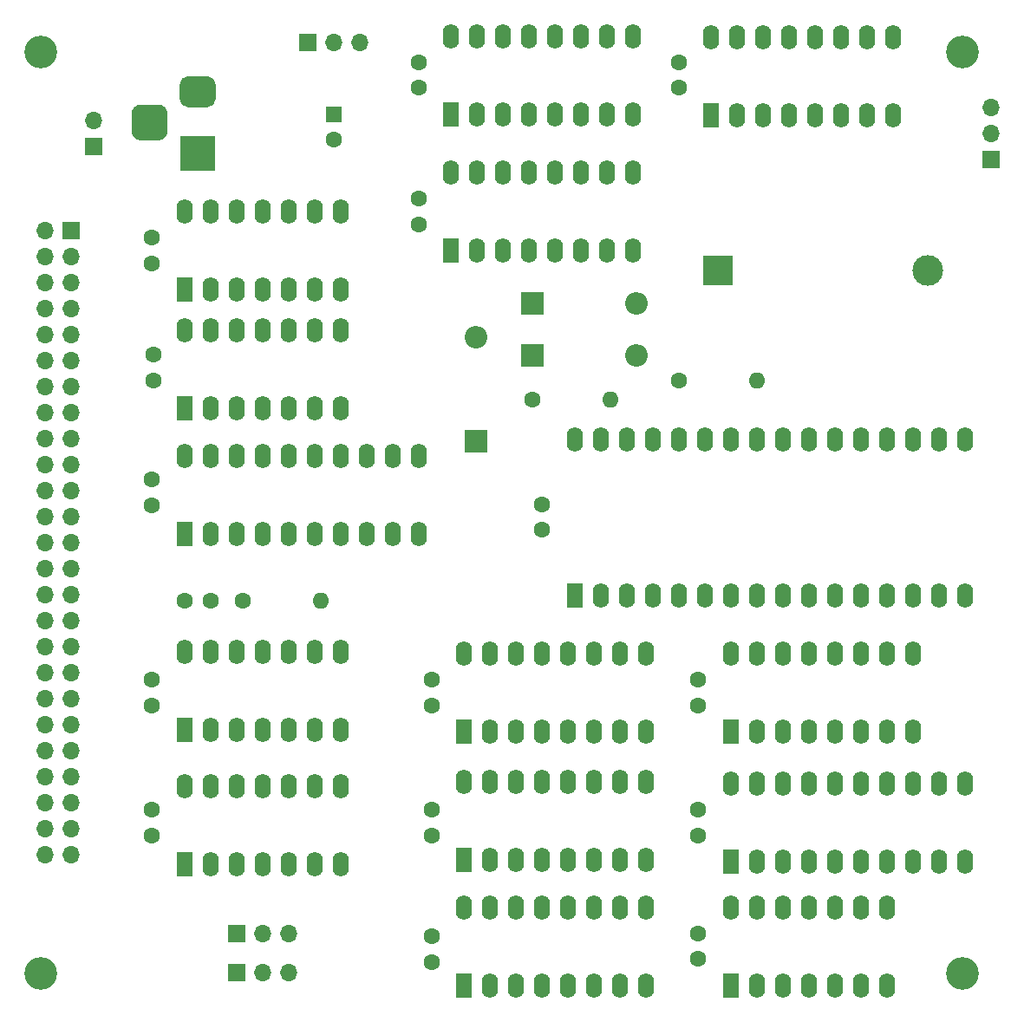
<source format=gbs>
G04 #@! TF.GenerationSoftware,KiCad,Pcbnew,(5.1.9)-1*
G04 #@! TF.CreationDate,2026-01-23T08:24:33+09:00*
G04 #@! TF.ProjectId,MZ700_EMM,4d5a3730-305f-4454-9d4d-2e6b69636164,rev?*
G04 #@! TF.SameCoordinates,PX53920b0PY93c3260*
G04 #@! TF.FileFunction,Soldermask,Bot*
G04 #@! TF.FilePolarity,Negative*
%FSLAX46Y46*%
G04 Gerber Fmt 4.6, Leading zero omitted, Abs format (unit mm)*
G04 Created by KiCad (PCBNEW (5.1.9)-1) date 2026-01-23 08:24:33*
%MOMM*%
%LPD*%
G01*
G04 APERTURE LIST*
%ADD10R,1.700000X1.700000*%
%ADD11O,1.700000X1.700000*%
%ADD12R,3.500000X3.500000*%
%ADD13C,3.200000*%
%ADD14R,1.600000X1.600000*%
%ADD15C,1.600000*%
%ADD16C,3.000000*%
%ADD17R,3.000000X3.000000*%
%ADD18O,2.200000X2.200000*%
%ADD19R,2.200000X2.200000*%
%ADD20O,1.600000X1.600000*%
%ADD21R,1.600000X2.400000*%
%ADD22O,1.600000X2.400000*%
G04 APERTURE END LIST*
D10*
X10160000Y85725000D03*
D11*
X10160000Y88265000D03*
D12*
X20320000Y85090000D03*
G36*
G01*
X19320000Y92590000D02*
X21320000Y92590000D01*
G75*
G02*
X22070000Y91840000I0J-750000D01*
G01*
X22070000Y90340000D01*
G75*
G02*
X21320000Y89590000I-750000J0D01*
G01*
X19320000Y89590000D01*
G75*
G02*
X18570000Y90340000I0J750000D01*
G01*
X18570000Y91840000D01*
G75*
G02*
X19320000Y92590000I750000J0D01*
G01*
G37*
G36*
G01*
X14745000Y89840000D02*
X16495000Y89840000D01*
G75*
G02*
X17370000Y88965000I0J-875000D01*
G01*
X17370000Y87215000D01*
G75*
G02*
X16495000Y86340000I-875000J0D01*
G01*
X14745000Y86340000D01*
G75*
G02*
X13870000Y87215000I0J875000D01*
G01*
X13870000Y88965000D01*
G75*
G02*
X14745000Y89840000I875000J0D01*
G01*
G37*
D10*
X8000000Y77500000D03*
D11*
X5460000Y77500000D03*
X8000000Y74960000D03*
X5460000Y74960000D03*
X8000000Y72420000D03*
X5460000Y72420000D03*
X8000000Y69880000D03*
X5460000Y69880000D03*
X8000000Y67340000D03*
X5460000Y67340000D03*
X8000000Y64800000D03*
X5460000Y64800000D03*
X8000000Y62260000D03*
X5460000Y62260000D03*
X8000000Y59720000D03*
X5460000Y59720000D03*
X8000000Y57180000D03*
X5460000Y57180000D03*
X8000000Y54640000D03*
X5460000Y54640000D03*
X8000000Y52100000D03*
X5460000Y52100000D03*
X8000000Y49560000D03*
X5460000Y49560000D03*
X8000000Y47020000D03*
X5460000Y47020000D03*
X8000000Y44480000D03*
X5460000Y44480000D03*
X8000000Y41940000D03*
X5460000Y41940000D03*
X8000000Y39400000D03*
X5460000Y39400000D03*
X8000000Y36860000D03*
X5460000Y36860000D03*
X8000000Y34320000D03*
X5460000Y34320000D03*
X8000000Y31780000D03*
X5460000Y31780000D03*
X8000000Y29240000D03*
X5460000Y29240000D03*
X8000000Y26700000D03*
X5460000Y26700000D03*
X8000000Y24160000D03*
X5460000Y24160000D03*
X8000000Y21620000D03*
X5460000Y21620000D03*
X8000000Y19080000D03*
X5460000Y19080000D03*
X8000000Y16540000D03*
X5460000Y16540000D03*
D10*
X31115000Y95885000D03*
D11*
X33655000Y95885000D03*
X36195000Y95885000D03*
D13*
X5000000Y95000000D03*
X95000000Y95000000D03*
X95000000Y5000000D03*
X5000000Y5000000D03*
D14*
X33655000Y88900000D03*
D15*
X33655000Y86400000D03*
D16*
X91610000Y73660000D03*
D17*
X71120000Y73660000D03*
D15*
X15875000Y20955000D03*
X15875000Y18455000D03*
X15875000Y33655000D03*
X15875000Y31155000D03*
X15875000Y74335000D03*
X15875000Y76835000D03*
X15875000Y50713000D03*
X15875000Y53213000D03*
X69215000Y8890000D03*
X69215000Y6390000D03*
X43180000Y33655000D03*
X43180000Y31155000D03*
X43180000Y6110000D03*
X43180000Y8610000D03*
X43180000Y20955000D03*
X43180000Y18455000D03*
X41910000Y78145000D03*
X41910000Y80645000D03*
X69215000Y33655000D03*
X69215000Y31155000D03*
X41910000Y93980000D03*
X41910000Y91480000D03*
X67310000Y91480000D03*
X67310000Y93980000D03*
X53975000Y48300000D03*
X53975000Y50800000D03*
X69215000Y20955000D03*
X69215000Y18455000D03*
X19090000Y41402000D03*
X21590000Y41402000D03*
D18*
X63175000Y65365000D03*
D19*
X53015000Y65365000D03*
X53015000Y70445000D03*
D18*
X63175000Y70445000D03*
D15*
X24765000Y41402000D03*
D20*
X32385000Y41402000D03*
D10*
X24130000Y5080000D03*
D11*
X26670000Y5080000D03*
X29210000Y5080000D03*
X29210000Y8890000D03*
X26670000Y8890000D03*
D10*
X24130000Y8890000D03*
D21*
X19050000Y15645000D03*
D22*
X34290000Y23265000D03*
X21590000Y15645000D03*
X31750000Y23265000D03*
X24130000Y15645000D03*
X29210000Y23265000D03*
X26670000Y15645000D03*
X26670000Y23265000D03*
X29210000Y15645000D03*
X24130000Y23265000D03*
X31750000Y15645000D03*
X21590000Y23265000D03*
X34290000Y15645000D03*
X19050000Y23265000D03*
X19050000Y36360000D03*
X34290000Y28740000D03*
X21590000Y36360000D03*
X31750000Y28740000D03*
X24130000Y36360000D03*
X29210000Y28740000D03*
X26670000Y36360000D03*
X26670000Y28740000D03*
X29210000Y36360000D03*
X24130000Y28740000D03*
X31750000Y36360000D03*
X21590000Y28740000D03*
X34290000Y36360000D03*
D21*
X19050000Y28740000D03*
X19050000Y47923000D03*
D22*
X41910000Y55543000D03*
X21590000Y47923000D03*
X39370000Y55543000D03*
X24130000Y47923000D03*
X36830000Y55543000D03*
X26670000Y47923000D03*
X34290000Y55543000D03*
X29210000Y47923000D03*
X31750000Y55543000D03*
X31750000Y47923000D03*
X29210000Y55543000D03*
X34290000Y47923000D03*
X26670000Y55543000D03*
X36830000Y47923000D03*
X24130000Y55543000D03*
X39370000Y47923000D03*
X21590000Y55543000D03*
X41910000Y47923000D03*
X19050000Y55543000D03*
X19050000Y79375000D03*
X34290000Y71755000D03*
X21590000Y79375000D03*
X31750000Y71755000D03*
X24130000Y79375000D03*
X29210000Y71755000D03*
X26670000Y79375000D03*
X26670000Y71755000D03*
X29210000Y79375000D03*
X24130000Y71755000D03*
X31750000Y79375000D03*
X21590000Y71755000D03*
X34290000Y79375000D03*
D21*
X19050000Y71755000D03*
D22*
X46355000Y36195000D03*
X64135000Y28575000D03*
X48895000Y36195000D03*
X61595000Y28575000D03*
X51435000Y36195000D03*
X59055000Y28575000D03*
X53975000Y36195000D03*
X56515000Y28575000D03*
X56515000Y36195000D03*
X53975000Y28575000D03*
X59055000Y36195000D03*
X51435000Y28575000D03*
X61595000Y36195000D03*
X48895000Y28575000D03*
X64135000Y36195000D03*
D21*
X46355000Y28575000D03*
X46355000Y3810000D03*
D22*
X64135000Y11430000D03*
X48895000Y3810000D03*
X61595000Y11430000D03*
X51435000Y3810000D03*
X59055000Y11430000D03*
X53975000Y3810000D03*
X56515000Y11430000D03*
X56515000Y3810000D03*
X53975000Y11430000D03*
X59055000Y3810000D03*
X51435000Y11430000D03*
X61595000Y3810000D03*
X48895000Y11430000D03*
X64135000Y3810000D03*
X46355000Y11430000D03*
X46355000Y23690000D03*
X64135000Y16070000D03*
X48895000Y23690000D03*
X61595000Y16070000D03*
X51435000Y23690000D03*
X59055000Y16070000D03*
X53975000Y23690000D03*
X56515000Y16070000D03*
X56515000Y23690000D03*
X53975000Y16070000D03*
X59055000Y23690000D03*
X51435000Y16070000D03*
X61595000Y23690000D03*
X48895000Y16070000D03*
X64135000Y23690000D03*
D21*
X46355000Y16070000D03*
X45085000Y75565000D03*
D22*
X62865000Y83185000D03*
X47625000Y75565000D03*
X60325000Y83185000D03*
X50165000Y75565000D03*
X57785000Y83185000D03*
X52705000Y75565000D03*
X55245000Y83185000D03*
X55245000Y75565000D03*
X52705000Y83185000D03*
X57785000Y75565000D03*
X50165000Y83185000D03*
X60325000Y75565000D03*
X47625000Y83185000D03*
X62865000Y75565000D03*
X45085000Y83185000D03*
D21*
X72390000Y28575000D03*
D22*
X90170000Y36195000D03*
X74930000Y28575000D03*
X87630000Y36195000D03*
X77470000Y28575000D03*
X85090000Y36195000D03*
X80010000Y28575000D03*
X82550000Y36195000D03*
X82550000Y28575000D03*
X80010000Y36195000D03*
X85090000Y28575000D03*
X77470000Y36195000D03*
X87630000Y28575000D03*
X74930000Y36195000D03*
X90170000Y28575000D03*
X72390000Y36195000D03*
D21*
X45085000Y88900000D03*
D22*
X62865000Y96520000D03*
X47625000Y88900000D03*
X60325000Y96520000D03*
X50165000Y88900000D03*
X57785000Y96520000D03*
X52705000Y88900000D03*
X55245000Y96520000D03*
X55245000Y88900000D03*
X52705000Y96520000D03*
X57785000Y88900000D03*
X50165000Y96520000D03*
X60325000Y88900000D03*
X47625000Y96520000D03*
X62865000Y88900000D03*
X45085000Y96520000D03*
X70485000Y96375000D03*
X88265000Y88755000D03*
X73025000Y96375000D03*
X85725000Y88755000D03*
X75565000Y96375000D03*
X83185000Y88755000D03*
X78105000Y96375000D03*
X80645000Y88755000D03*
X80645000Y96375000D03*
X78105000Y88755000D03*
X83185000Y96375000D03*
X75565000Y88755000D03*
X85725000Y96375000D03*
X73025000Y88755000D03*
X88265000Y96375000D03*
D21*
X70485000Y88755000D03*
X57150000Y41910000D03*
D22*
X95250000Y57150000D03*
X59690000Y41910000D03*
X92710000Y57150000D03*
X62230000Y41910000D03*
X90170000Y57150000D03*
X64770000Y41910000D03*
X87630000Y57150000D03*
X67310000Y41910000D03*
X85090000Y57150000D03*
X69850000Y41910000D03*
X82550000Y57150000D03*
X72390000Y41910000D03*
X80010000Y57150000D03*
X74930000Y41910000D03*
X77470000Y57150000D03*
X77470000Y41910000D03*
X74930000Y57150000D03*
X80010000Y41910000D03*
X72390000Y57150000D03*
X82550000Y41910000D03*
X69850000Y57150000D03*
X85090000Y41910000D03*
X67310000Y57150000D03*
X87630000Y41910000D03*
X64770000Y57150000D03*
X90170000Y41910000D03*
X62230000Y57150000D03*
X92710000Y41910000D03*
X59690000Y57150000D03*
X95250000Y41910000D03*
X57150000Y57150000D03*
D21*
X72390000Y3810000D03*
D22*
X87630000Y11430000D03*
X74930000Y3810000D03*
X85090000Y11430000D03*
X77470000Y3810000D03*
X82550000Y11430000D03*
X80010000Y3810000D03*
X80010000Y11430000D03*
X82550000Y3810000D03*
X77470000Y11430000D03*
X85090000Y3810000D03*
X74930000Y11430000D03*
X87630000Y3810000D03*
X72390000Y11430000D03*
X72390000Y23495000D03*
X95250000Y15875000D03*
X74930000Y23495000D03*
X92710000Y15875000D03*
X77470000Y23495000D03*
X90170000Y15875000D03*
X80010000Y23495000D03*
X87630000Y15875000D03*
X82550000Y23495000D03*
X85090000Y15875000D03*
X85090000Y23495000D03*
X82550000Y15875000D03*
X87630000Y23495000D03*
X80010000Y15875000D03*
X90170000Y23495000D03*
X77470000Y15875000D03*
X92710000Y23495000D03*
X74930000Y15875000D03*
X95250000Y23495000D03*
D21*
X72390000Y15875000D03*
D15*
X67310000Y62865000D03*
D20*
X74930000Y62865000D03*
D15*
X16002000Y65405000D03*
X16002000Y62905000D03*
D21*
X19081000Y60208000D03*
D22*
X34321000Y67828000D03*
X21621000Y60208000D03*
X31781000Y67828000D03*
X24161000Y60208000D03*
X29241000Y67828000D03*
X26701000Y60208000D03*
X26701000Y67828000D03*
X29241000Y60208000D03*
X24161000Y67828000D03*
X31781000Y60208000D03*
X21621000Y67828000D03*
X34321000Y60208000D03*
X19081000Y67828000D03*
D19*
X47500000Y57000000D03*
D18*
X47500000Y67160000D03*
D15*
X53000000Y61000000D03*
D20*
X60620000Y61000000D03*
D10*
X97790000Y84455000D03*
D11*
X97790000Y86995000D03*
X97790000Y89535000D03*
M02*

</source>
